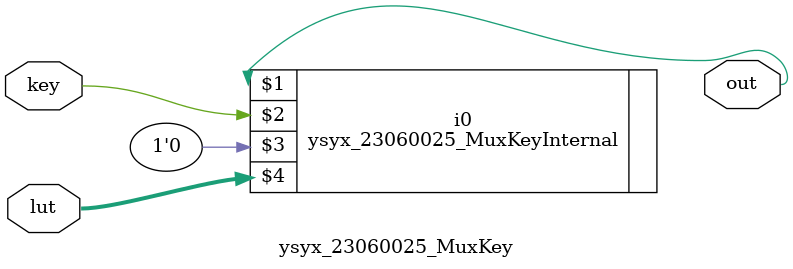
<source format=v>
/*************************************************************************
	> File Name: ysyx_23060025_MuxKey.v
	> Author: Chelsea
	> Mail: 1938166340@qq.com 
	> Created Time: 2023年08月04日 星期五 17时35分46秒
 ************************************************************************/

module ysyx_23060025_MuxKey#(parameter NR_KEY = 2, KEY_LEN = 1, DATA_LEN = 1) (
	output			[DATA_LEN - 1:0]	out	,
	input			[KEY_LEN - 1:0 ]	key ,
	input			[NR_KEY*(KEY_LEN + DATA_LEN) - 1:0] lut
);
	
	ysyx_23060025_MuxKeyInternal #(NR_KEY, KEY_LEN, DATA_LEN, 0) i0 (out, key, {DATA_LEN{1'b0}}, lut);
endmodule


</source>
